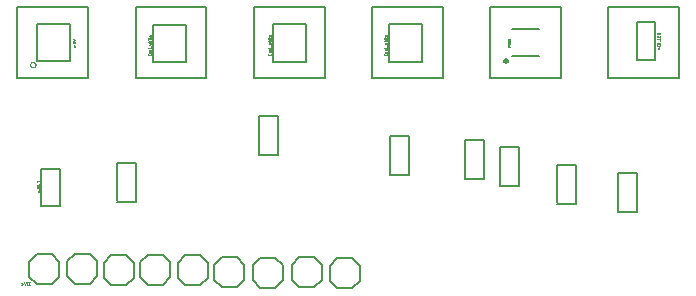
<source format=gbr>
G04 EAGLE Gerber RS-274X export*
G75*
%MOMM*%
%FSLAX34Y34*%
%LPD*%
%INSilkscreen Top*%
%IPPOS*%
%AMOC8*
5,1,8,0,0,1.08239X$1,22.5*%
G01*
%ADD10C,0.152400*%
%ADD11C,0.025400*%
%ADD12C,0.127000*%
%ADD13C,0.050000*%


D10*
X10000Y260000D02*
X70000Y260000D01*
X70000Y200000D01*
X10000Y200000D01*
X10000Y260000D01*
X110000Y260000D02*
X170000Y260000D01*
X170000Y200000D01*
X110000Y200000D01*
X110000Y260000D01*
X210000Y260000D02*
X270000Y260000D01*
X270000Y200000D01*
X210000Y200000D01*
X210000Y260000D01*
X310000Y260000D02*
X370000Y260000D01*
X370000Y200000D01*
X310000Y200000D01*
X310000Y260000D01*
X410000Y260000D02*
X470000Y260000D01*
X470000Y200000D01*
X410000Y200000D01*
X410000Y260000D01*
X510000Y260000D02*
X570000Y260000D01*
X570000Y200000D01*
X510000Y200000D01*
X510000Y260000D01*
D11*
X14651Y26016D02*
X13127Y26651D01*
X13127Y25381D02*
X14651Y26016D01*
X15565Y27413D02*
X16327Y25127D01*
X17089Y27413D01*
X18479Y25127D02*
X18987Y25127D01*
X18479Y25127D02*
X18435Y25129D01*
X18391Y25135D01*
X18348Y25144D01*
X18305Y25158D01*
X18264Y25175D01*
X18225Y25195D01*
X18188Y25219D01*
X18152Y25246D01*
X18120Y25276D01*
X18090Y25308D01*
X18063Y25344D01*
X18039Y25381D01*
X18019Y25420D01*
X18002Y25461D01*
X17988Y25504D01*
X17979Y25547D01*
X17973Y25591D01*
X17971Y25635D01*
X17971Y26905D01*
X17973Y26949D01*
X17979Y26993D01*
X17988Y27036D01*
X18002Y27079D01*
X18019Y27120D01*
X18039Y27159D01*
X18063Y27196D01*
X18090Y27232D01*
X18120Y27264D01*
X18152Y27294D01*
X18188Y27321D01*
X18225Y27345D01*
X18264Y27365D01*
X18305Y27382D01*
X18348Y27396D01*
X18391Y27405D01*
X18435Y27411D01*
X18479Y27413D01*
X18987Y27413D01*
X20384Y25127D02*
X20892Y25127D01*
X20384Y25127D02*
X20340Y25129D01*
X20296Y25135D01*
X20253Y25144D01*
X20210Y25158D01*
X20169Y25175D01*
X20130Y25195D01*
X20093Y25219D01*
X20057Y25246D01*
X20025Y25276D01*
X19995Y25308D01*
X19968Y25344D01*
X19944Y25381D01*
X19924Y25420D01*
X19907Y25461D01*
X19893Y25504D01*
X19884Y25547D01*
X19878Y25591D01*
X19876Y25635D01*
X19876Y26905D01*
X19878Y26949D01*
X19884Y26993D01*
X19893Y27036D01*
X19907Y27079D01*
X19924Y27120D01*
X19944Y27159D01*
X19968Y27196D01*
X19995Y27232D01*
X20025Y27264D01*
X20057Y27294D01*
X20093Y27321D01*
X20130Y27345D01*
X20169Y27365D01*
X20210Y27382D01*
X20253Y27396D01*
X20296Y27405D01*
X20340Y27411D01*
X20384Y27413D01*
X20892Y27413D01*
D10*
X26250Y51200D02*
X38950Y51200D01*
X45300Y44850D01*
X45300Y32150D01*
X38950Y25800D01*
X19900Y32150D02*
X19900Y44850D01*
X26250Y51200D01*
X19900Y32150D02*
X26250Y25800D01*
X38950Y25800D01*
X151850Y50300D02*
X164550Y50300D01*
X170900Y43950D01*
X170900Y31250D01*
X164550Y24900D01*
X145500Y31250D02*
X145500Y43950D01*
X151850Y50300D01*
X145500Y31250D02*
X151850Y24900D01*
X164550Y24900D01*
X133050Y50500D02*
X120350Y50500D01*
X133050Y50500D02*
X139400Y44150D01*
X139400Y31450D01*
X133050Y25100D01*
X114000Y31450D02*
X114000Y44150D01*
X120350Y50500D01*
X114000Y31450D02*
X120350Y25100D01*
X133050Y25100D01*
X102050Y50200D02*
X89350Y50200D01*
X102050Y50200D02*
X108400Y43850D01*
X108400Y31150D01*
X102050Y24800D01*
X83000Y31150D02*
X83000Y43850D01*
X89350Y50200D01*
X83000Y31150D02*
X89350Y24800D01*
X102050Y24800D01*
X71250Y51400D02*
X58550Y51400D01*
X71250Y51400D02*
X77600Y45050D01*
X77600Y32350D01*
X71250Y26000D01*
X52200Y32350D02*
X52200Y45050D01*
X58550Y51400D01*
X52200Y32350D02*
X58550Y26000D01*
X71250Y26000D01*
X280550Y47800D02*
X293250Y47800D01*
X299600Y41450D01*
X299600Y28750D01*
X293250Y22400D01*
X274200Y28750D02*
X274200Y41450D01*
X280550Y47800D01*
X274200Y28750D02*
X280550Y22400D01*
X293250Y22400D01*
X195750Y48600D02*
X183050Y48600D01*
X195750Y48600D02*
X202100Y42250D01*
X202100Y29550D01*
X195750Y23200D01*
X176700Y29550D02*
X176700Y42250D01*
X183050Y48600D01*
X176700Y29550D02*
X183050Y23200D01*
X195750Y23200D01*
X215350Y48000D02*
X228050Y48000D01*
X234400Y41650D01*
X234400Y28950D01*
X228050Y22600D01*
X209000Y28950D02*
X209000Y41650D01*
X215350Y48000D01*
X209000Y28950D02*
X215350Y22600D01*
X228050Y22600D01*
X248750Y48600D02*
X261450Y48600D01*
X267800Y42250D01*
X267800Y29550D01*
X261450Y23200D01*
X242400Y29550D02*
X242400Y42250D01*
X248750Y48600D01*
X242400Y29550D02*
X248750Y23200D01*
X261450Y23200D01*
D12*
X54600Y246300D02*
X26600Y246300D01*
X54600Y246300D02*
X54600Y214300D01*
X26600Y214300D01*
X26600Y246300D01*
D13*
X20717Y211400D02*
X20719Y211495D01*
X20725Y211590D01*
X20735Y211684D01*
X20749Y211778D01*
X20766Y211872D01*
X20788Y211964D01*
X20813Y212056D01*
X20842Y212146D01*
X20875Y212235D01*
X20912Y212323D01*
X20952Y212409D01*
X20996Y212493D01*
X21043Y212576D01*
X21094Y212656D01*
X21147Y212734D01*
X21205Y212810D01*
X21265Y212884D01*
X21328Y212954D01*
X21394Y213023D01*
X21463Y213088D01*
X21535Y213151D01*
X21609Y213210D01*
X21685Y213266D01*
X21764Y213319D01*
X21845Y213369D01*
X21928Y213416D01*
X22013Y213458D01*
X22099Y213498D01*
X22187Y213533D01*
X22276Y213565D01*
X22367Y213594D01*
X22459Y213618D01*
X22552Y213639D01*
X22645Y213655D01*
X22739Y213668D01*
X22834Y213677D01*
X22929Y213682D01*
X23024Y213683D01*
X23119Y213680D01*
X23213Y213673D01*
X23308Y213662D01*
X23402Y213647D01*
X23495Y213629D01*
X23587Y213606D01*
X23678Y213580D01*
X23768Y213550D01*
X23857Y213516D01*
X23944Y213478D01*
X24030Y213437D01*
X24114Y213393D01*
X24196Y213345D01*
X24276Y213293D01*
X24353Y213239D01*
X24429Y213181D01*
X24502Y213120D01*
X24572Y213056D01*
X24639Y212989D01*
X24704Y212919D01*
X24766Y212847D01*
X24824Y212772D01*
X24880Y212695D01*
X24932Y212616D01*
X24981Y212535D01*
X25027Y212451D01*
X25069Y212366D01*
X25107Y212279D01*
X25142Y212191D01*
X25173Y212101D01*
X25200Y212010D01*
X25223Y211918D01*
X25243Y211825D01*
X25259Y211731D01*
X25271Y211637D01*
X25279Y211542D01*
X25283Y211447D01*
X25283Y211353D01*
X25279Y211258D01*
X25271Y211163D01*
X25259Y211069D01*
X25243Y210975D01*
X25223Y210882D01*
X25200Y210790D01*
X25173Y210699D01*
X25142Y210609D01*
X25107Y210521D01*
X25069Y210434D01*
X25027Y210349D01*
X24981Y210265D01*
X24932Y210184D01*
X24880Y210105D01*
X24824Y210028D01*
X24766Y209953D01*
X24704Y209881D01*
X24639Y209811D01*
X24572Y209744D01*
X24502Y209680D01*
X24429Y209619D01*
X24353Y209561D01*
X24276Y209507D01*
X24196Y209455D01*
X24114Y209407D01*
X24030Y209363D01*
X23944Y209322D01*
X23857Y209284D01*
X23768Y209250D01*
X23678Y209220D01*
X23587Y209194D01*
X23495Y209171D01*
X23402Y209153D01*
X23308Y209138D01*
X23213Y209127D01*
X23119Y209120D01*
X23024Y209117D01*
X22929Y209118D01*
X22834Y209123D01*
X22739Y209132D01*
X22645Y209145D01*
X22552Y209161D01*
X22459Y209182D01*
X22367Y209206D01*
X22276Y209235D01*
X22187Y209267D01*
X22099Y209302D01*
X22013Y209342D01*
X21928Y209384D01*
X21845Y209431D01*
X21764Y209481D01*
X21685Y209534D01*
X21609Y209590D01*
X21535Y209649D01*
X21463Y209712D01*
X21394Y209777D01*
X21328Y209846D01*
X21265Y209916D01*
X21205Y209990D01*
X21147Y210066D01*
X21094Y210144D01*
X21043Y210224D01*
X20996Y210307D01*
X20952Y210391D01*
X20912Y210477D01*
X20875Y210565D01*
X20842Y210654D01*
X20813Y210744D01*
X20788Y210836D01*
X20766Y210928D01*
X20749Y211022D01*
X20735Y211116D01*
X20725Y211210D01*
X20719Y211305D01*
X20717Y211400D01*
D11*
X57491Y226871D02*
X58126Y228395D01*
X58761Y226871D01*
X58380Y229513D02*
X56729Y229513D01*
X58380Y229513D02*
X58429Y229515D01*
X58477Y229520D01*
X58525Y229530D01*
X58572Y229543D01*
X58617Y229559D01*
X58662Y229579D01*
X58704Y229602D01*
X58745Y229629D01*
X58784Y229658D01*
X58820Y229690D01*
X58854Y229726D01*
X58885Y229763D01*
X58913Y229803D01*
X58938Y229845D01*
X58959Y229888D01*
X58978Y229933D01*
X58992Y229980D01*
X59003Y230027D01*
X59011Y230075D01*
X59015Y230124D01*
X59015Y230172D01*
X59011Y230221D01*
X59003Y230269D01*
X58992Y230316D01*
X58978Y230363D01*
X58959Y230408D01*
X58938Y230451D01*
X58913Y230493D01*
X58885Y230533D01*
X58854Y230570D01*
X58820Y230606D01*
X58784Y230638D01*
X58745Y230667D01*
X58704Y230694D01*
X58662Y230717D01*
X58617Y230737D01*
X58572Y230753D01*
X58525Y230766D01*
X58477Y230776D01*
X58429Y230781D01*
X58380Y230783D01*
X56729Y230783D01*
X56729Y231748D02*
X59015Y232510D01*
X56729Y233272D01*
D12*
X30300Y123600D02*
X30300Y91700D01*
X30300Y123600D02*
X46300Y123600D01*
X46300Y91700D01*
X30300Y91700D01*
D11*
X27249Y104027D02*
X27884Y105551D01*
X28519Y104027D01*
X28138Y106592D02*
X28089Y106594D01*
X28041Y106599D01*
X27993Y106609D01*
X27946Y106622D01*
X27901Y106638D01*
X27856Y106658D01*
X27814Y106681D01*
X27773Y106708D01*
X27734Y106737D01*
X27698Y106769D01*
X27664Y106805D01*
X27633Y106842D01*
X27605Y106882D01*
X27580Y106924D01*
X27559Y106967D01*
X27540Y107012D01*
X27526Y107059D01*
X27515Y107106D01*
X27507Y107154D01*
X27503Y107203D01*
X27503Y107251D01*
X27507Y107300D01*
X27515Y107348D01*
X27526Y107395D01*
X27540Y107442D01*
X27559Y107487D01*
X27580Y107530D01*
X27605Y107572D01*
X27633Y107612D01*
X27664Y107649D01*
X27698Y107685D01*
X27734Y107717D01*
X27773Y107746D01*
X27814Y107773D01*
X27856Y107796D01*
X27901Y107816D01*
X27946Y107832D01*
X27993Y107845D01*
X28041Y107855D01*
X28089Y107860D01*
X28138Y107862D01*
X28187Y107860D01*
X28235Y107855D01*
X28283Y107845D01*
X28330Y107832D01*
X28375Y107816D01*
X28420Y107796D01*
X28462Y107773D01*
X28503Y107746D01*
X28542Y107717D01*
X28578Y107685D01*
X28612Y107649D01*
X28643Y107612D01*
X28671Y107572D01*
X28696Y107530D01*
X28717Y107487D01*
X28736Y107442D01*
X28750Y107395D01*
X28761Y107348D01*
X28769Y107300D01*
X28773Y107251D01*
X28773Y107203D01*
X28769Y107154D01*
X28761Y107106D01*
X28750Y107059D01*
X28736Y107012D01*
X28717Y106967D01*
X28696Y106924D01*
X28671Y106882D01*
X28643Y106842D01*
X28612Y106805D01*
X28578Y106769D01*
X28542Y106737D01*
X28503Y106708D01*
X28462Y106681D01*
X28420Y106658D01*
X28375Y106638D01*
X28330Y106622D01*
X28283Y106609D01*
X28235Y106599D01*
X28187Y106594D01*
X28138Y106592D01*
X26995Y106719D02*
X26951Y106721D01*
X26907Y106727D01*
X26864Y106736D01*
X26821Y106750D01*
X26780Y106767D01*
X26741Y106787D01*
X26704Y106811D01*
X26668Y106838D01*
X26636Y106868D01*
X26606Y106900D01*
X26579Y106936D01*
X26555Y106973D01*
X26535Y107012D01*
X26518Y107053D01*
X26504Y107096D01*
X26495Y107139D01*
X26489Y107183D01*
X26487Y107227D01*
X26489Y107271D01*
X26495Y107315D01*
X26504Y107358D01*
X26518Y107401D01*
X26535Y107442D01*
X26555Y107481D01*
X26579Y107518D01*
X26606Y107554D01*
X26636Y107586D01*
X26668Y107616D01*
X26704Y107643D01*
X26741Y107667D01*
X26780Y107687D01*
X26821Y107704D01*
X26864Y107718D01*
X26907Y107727D01*
X26951Y107733D01*
X26995Y107735D01*
X27039Y107733D01*
X27083Y107727D01*
X27126Y107718D01*
X27169Y107704D01*
X27210Y107687D01*
X27249Y107667D01*
X27286Y107643D01*
X27322Y107616D01*
X27354Y107586D01*
X27384Y107554D01*
X27411Y107518D01*
X27435Y107481D01*
X27455Y107442D01*
X27472Y107401D01*
X27486Y107358D01*
X27495Y107315D01*
X27501Y107271D01*
X27503Y107227D01*
X27501Y107183D01*
X27495Y107139D01*
X27486Y107096D01*
X27472Y107053D01*
X27455Y107012D01*
X27435Y106973D01*
X27411Y106936D01*
X27384Y106900D01*
X27354Y106868D01*
X27322Y106838D01*
X27286Y106811D01*
X27249Y106787D01*
X27210Y106767D01*
X27169Y106750D01*
X27126Y106736D01*
X27083Y106727D01*
X27039Y106721D01*
X26995Y106719D01*
X28138Y108878D02*
X28089Y108880D01*
X28041Y108885D01*
X27993Y108895D01*
X27946Y108908D01*
X27901Y108924D01*
X27856Y108944D01*
X27814Y108967D01*
X27773Y108994D01*
X27734Y109023D01*
X27698Y109055D01*
X27664Y109091D01*
X27633Y109128D01*
X27605Y109168D01*
X27580Y109210D01*
X27559Y109253D01*
X27540Y109298D01*
X27526Y109345D01*
X27515Y109392D01*
X27507Y109440D01*
X27503Y109489D01*
X27503Y109537D01*
X27507Y109586D01*
X27515Y109634D01*
X27526Y109681D01*
X27540Y109728D01*
X27559Y109773D01*
X27580Y109816D01*
X27605Y109858D01*
X27633Y109898D01*
X27664Y109935D01*
X27698Y109971D01*
X27734Y110003D01*
X27773Y110032D01*
X27814Y110059D01*
X27856Y110082D01*
X27901Y110102D01*
X27946Y110118D01*
X27993Y110131D01*
X28041Y110141D01*
X28089Y110146D01*
X28138Y110148D01*
X28187Y110146D01*
X28235Y110141D01*
X28283Y110131D01*
X28330Y110118D01*
X28375Y110102D01*
X28420Y110082D01*
X28462Y110059D01*
X28503Y110032D01*
X28542Y110003D01*
X28578Y109971D01*
X28612Y109935D01*
X28643Y109898D01*
X28671Y109858D01*
X28696Y109816D01*
X28717Y109773D01*
X28736Y109728D01*
X28750Y109681D01*
X28761Y109634D01*
X28769Y109586D01*
X28773Y109537D01*
X28773Y109489D01*
X28769Y109440D01*
X28761Y109392D01*
X28750Y109345D01*
X28736Y109298D01*
X28717Y109253D01*
X28696Y109210D01*
X28671Y109168D01*
X28643Y109128D01*
X28612Y109091D01*
X28578Y109055D01*
X28542Y109023D01*
X28503Y108994D01*
X28462Y108967D01*
X28420Y108944D01*
X28375Y108924D01*
X28330Y108908D01*
X28283Y108895D01*
X28235Y108885D01*
X28187Y108880D01*
X28138Y108878D01*
X26995Y109005D02*
X26951Y109007D01*
X26907Y109013D01*
X26864Y109022D01*
X26821Y109036D01*
X26780Y109053D01*
X26741Y109073D01*
X26704Y109097D01*
X26668Y109124D01*
X26636Y109154D01*
X26606Y109186D01*
X26579Y109222D01*
X26555Y109259D01*
X26535Y109298D01*
X26518Y109339D01*
X26504Y109382D01*
X26495Y109425D01*
X26489Y109469D01*
X26487Y109513D01*
X26489Y109557D01*
X26495Y109601D01*
X26504Y109644D01*
X26518Y109687D01*
X26535Y109728D01*
X26555Y109767D01*
X26579Y109804D01*
X26606Y109840D01*
X26636Y109872D01*
X26668Y109902D01*
X26704Y109929D01*
X26741Y109953D01*
X26780Y109973D01*
X26821Y109990D01*
X26864Y110004D01*
X26907Y110013D01*
X26951Y110019D01*
X26995Y110021D01*
X27039Y110019D01*
X27083Y110013D01*
X27126Y110004D01*
X27169Y109990D01*
X27210Y109973D01*
X27249Y109953D01*
X27286Y109929D01*
X27322Y109902D01*
X27354Y109872D01*
X27384Y109840D01*
X27411Y109804D01*
X27435Y109767D01*
X27455Y109728D01*
X27472Y109687D01*
X27486Y109644D01*
X27495Y109601D01*
X27501Y109557D01*
X27503Y109513D01*
X27501Y109469D01*
X27495Y109425D01*
X27486Y109382D01*
X27472Y109339D01*
X27455Y109298D01*
X27435Y109259D01*
X27411Y109222D01*
X27384Y109186D01*
X27354Y109154D01*
X27322Y109124D01*
X27286Y109097D01*
X27249Y109073D01*
X27210Y109053D01*
X27169Y109036D01*
X27126Y109022D01*
X27083Y109013D01*
X27039Y109007D01*
X26995Y109005D01*
X28646Y111050D02*
X28773Y111050D01*
X28646Y111050D02*
X28646Y111177D01*
X28773Y111177D01*
X28773Y111050D01*
X26741Y112079D02*
X26487Y112079D01*
X26487Y113349D01*
X28773Y112714D01*
D12*
X518500Y120000D02*
X518500Y88000D01*
X518500Y120000D02*
X534500Y120000D01*
X534500Y87000D01*
X518500Y87000D01*
X388800Y115700D02*
X388800Y147700D01*
X404800Y147700D01*
X404800Y114700D01*
X388800Y114700D01*
X418900Y109400D02*
X418900Y141400D01*
X434900Y141400D01*
X434900Y108400D01*
X418900Y108400D01*
X467200Y94900D02*
X467200Y126900D01*
X483200Y126900D01*
X483200Y93900D01*
X467200Y93900D01*
X534100Y247700D02*
X550100Y247700D01*
X550100Y215700D01*
X534100Y215700D01*
X534100Y247700D01*
D11*
X552768Y226493D02*
X552133Y224969D01*
X553403Y224969D02*
X552768Y226493D01*
X553657Y227712D02*
X551371Y227712D01*
X553657Y227458D02*
X553657Y227966D01*
X551371Y227966D02*
X551371Y227458D01*
X551371Y228999D02*
X553657Y228999D01*
X551371Y228999D02*
X551371Y229634D01*
X551373Y229683D01*
X551378Y229731D01*
X551388Y229779D01*
X551401Y229826D01*
X551417Y229871D01*
X551437Y229916D01*
X551460Y229958D01*
X551487Y229999D01*
X551516Y230038D01*
X551548Y230074D01*
X551584Y230108D01*
X551621Y230139D01*
X551661Y230167D01*
X551703Y230192D01*
X551746Y230213D01*
X551791Y230232D01*
X551838Y230246D01*
X551885Y230257D01*
X551933Y230265D01*
X551982Y230269D01*
X552030Y230269D01*
X552079Y230265D01*
X552127Y230257D01*
X552174Y230246D01*
X552221Y230232D01*
X552266Y230213D01*
X552309Y230192D01*
X552351Y230167D01*
X552391Y230139D01*
X552428Y230108D01*
X552464Y230074D01*
X552496Y230038D01*
X552525Y229999D01*
X552552Y229958D01*
X552575Y229916D01*
X552595Y229871D01*
X552611Y229826D01*
X552624Y229779D01*
X552634Y229731D01*
X552639Y229683D01*
X552641Y229634D01*
X552641Y228999D01*
X552641Y229761D02*
X553657Y230269D01*
X553911Y231166D02*
X553911Y232182D01*
X553657Y233178D02*
X551371Y233178D01*
X553657Y233178D02*
X553657Y234194D01*
X553657Y235159D02*
X553657Y236175D01*
X553657Y235159D02*
X551371Y235159D01*
X551371Y236175D01*
X552387Y235921D02*
X552387Y235159D01*
X551371Y237135D02*
X553657Y237135D01*
X551371Y237135D02*
X551371Y237770D01*
X551373Y237817D01*
X551378Y237865D01*
X551387Y237911D01*
X551399Y237957D01*
X551415Y238002D01*
X551434Y238046D01*
X551456Y238088D01*
X551481Y238128D01*
X551510Y238166D01*
X551541Y238202D01*
X551574Y238235D01*
X551610Y238266D01*
X551648Y238295D01*
X551689Y238320D01*
X551730Y238342D01*
X551774Y238361D01*
X551819Y238377D01*
X551865Y238389D01*
X551911Y238398D01*
X551959Y238403D01*
X552006Y238405D01*
X553022Y238405D01*
X553069Y238403D01*
X553117Y238398D01*
X553163Y238389D01*
X553209Y238377D01*
X553254Y238361D01*
X553298Y238342D01*
X553340Y238320D01*
X553380Y238295D01*
X553418Y238266D01*
X553454Y238235D01*
X553487Y238202D01*
X553518Y238166D01*
X553547Y238128D01*
X553572Y238088D01*
X553594Y238046D01*
X553613Y238002D01*
X553629Y237957D01*
X553641Y237911D01*
X553650Y237865D01*
X553655Y237817D01*
X553657Y237770D01*
X553657Y237135D01*
D12*
X451650Y219050D02*
X428650Y219050D01*
X428650Y242050D02*
X451650Y242050D01*
X422035Y214900D02*
X422037Y214979D01*
X422043Y215057D01*
X422053Y215135D01*
X422067Y215213D01*
X422084Y215289D01*
X422106Y215365D01*
X422131Y215439D01*
X422160Y215512D01*
X422192Y215584D01*
X422229Y215654D01*
X422268Y215722D01*
X422311Y215788D01*
X422357Y215851D01*
X422407Y215913D01*
X422459Y215971D01*
X422514Y216027D01*
X422572Y216080D01*
X422633Y216131D01*
X422696Y216178D01*
X422761Y216221D01*
X422829Y216262D01*
X422898Y216299D01*
X422969Y216332D01*
X423042Y216362D01*
X423116Y216388D01*
X423192Y216411D01*
X423268Y216429D01*
X423345Y216444D01*
X423423Y216455D01*
X423502Y216462D01*
X423580Y216465D01*
X423659Y216464D01*
X423737Y216459D01*
X423816Y216450D01*
X423893Y216437D01*
X423970Y216421D01*
X424046Y216400D01*
X424121Y216376D01*
X424194Y216348D01*
X424266Y216316D01*
X424337Y216281D01*
X424405Y216242D01*
X424472Y216200D01*
X424536Y216154D01*
X424598Y216106D01*
X424657Y216054D01*
X424714Y216000D01*
X424767Y215942D01*
X424818Y215882D01*
X424866Y215820D01*
X424911Y215755D01*
X424952Y215688D01*
X424990Y215619D01*
X425024Y215548D01*
X425055Y215476D01*
X425082Y215402D01*
X425106Y215327D01*
X425125Y215251D01*
X425141Y215174D01*
X425153Y215096D01*
X425161Y215018D01*
X425165Y214939D01*
X425165Y214861D01*
X425161Y214782D01*
X425153Y214704D01*
X425141Y214626D01*
X425125Y214549D01*
X425106Y214473D01*
X425082Y214398D01*
X425055Y214324D01*
X425024Y214252D01*
X424990Y214181D01*
X424952Y214112D01*
X424911Y214045D01*
X424866Y213980D01*
X424818Y213918D01*
X424767Y213858D01*
X424714Y213800D01*
X424657Y213746D01*
X424598Y213694D01*
X424536Y213646D01*
X424472Y213600D01*
X424405Y213558D01*
X424337Y213519D01*
X424266Y213484D01*
X424194Y213452D01*
X424121Y213424D01*
X424046Y213400D01*
X423970Y213379D01*
X423893Y213363D01*
X423816Y213350D01*
X423737Y213341D01*
X423659Y213336D01*
X423580Y213335D01*
X423502Y213338D01*
X423423Y213345D01*
X423345Y213356D01*
X423268Y213371D01*
X423192Y213389D01*
X423116Y213412D01*
X423042Y213438D01*
X422969Y213468D01*
X422898Y213501D01*
X422829Y213538D01*
X422761Y213579D01*
X422696Y213622D01*
X422633Y213669D01*
X422572Y213720D01*
X422514Y213773D01*
X422459Y213829D01*
X422407Y213887D01*
X422357Y213949D01*
X422311Y214012D01*
X422268Y214078D01*
X422229Y214146D01*
X422192Y214216D01*
X422160Y214288D01*
X422131Y214361D01*
X422106Y214435D01*
X422084Y214511D01*
X422067Y214587D01*
X422053Y214665D01*
X422043Y214743D01*
X422037Y214821D01*
X422035Y214900D01*
D11*
X425041Y226867D02*
X427327Y226867D01*
X425041Y226867D02*
X425041Y227502D01*
X425043Y227551D01*
X425048Y227599D01*
X425058Y227647D01*
X425071Y227694D01*
X425087Y227739D01*
X425107Y227784D01*
X425130Y227826D01*
X425157Y227867D01*
X425186Y227906D01*
X425218Y227942D01*
X425254Y227976D01*
X425291Y228007D01*
X425331Y228035D01*
X425373Y228060D01*
X425416Y228081D01*
X425461Y228100D01*
X425508Y228114D01*
X425555Y228125D01*
X425603Y228133D01*
X425652Y228137D01*
X425700Y228137D01*
X425749Y228133D01*
X425797Y228125D01*
X425844Y228114D01*
X425891Y228100D01*
X425936Y228081D01*
X425979Y228060D01*
X426021Y228035D01*
X426061Y228007D01*
X426098Y227976D01*
X426134Y227942D01*
X426166Y227906D01*
X426195Y227867D01*
X426222Y227826D01*
X426245Y227784D01*
X426265Y227739D01*
X426281Y227694D01*
X426294Y227647D01*
X426304Y227599D01*
X426309Y227551D01*
X426311Y227502D01*
X426311Y226867D01*
X426311Y227629D02*
X427327Y228137D01*
X426057Y230102D02*
X426057Y230483D01*
X427327Y230483D01*
X427327Y229721D01*
X427325Y229677D01*
X427319Y229633D01*
X427310Y229590D01*
X427296Y229547D01*
X427279Y229506D01*
X427259Y229467D01*
X427235Y229430D01*
X427208Y229394D01*
X427178Y229362D01*
X427146Y229332D01*
X427110Y229305D01*
X427073Y229281D01*
X427034Y229261D01*
X426993Y229244D01*
X426950Y229230D01*
X426907Y229221D01*
X426863Y229215D01*
X426819Y229213D01*
X425549Y229213D01*
X425505Y229215D01*
X425461Y229221D01*
X425418Y229230D01*
X425375Y229244D01*
X425334Y229261D01*
X425295Y229281D01*
X425258Y229305D01*
X425222Y229332D01*
X425190Y229362D01*
X425160Y229394D01*
X425133Y229430D01*
X425109Y229467D01*
X425089Y229506D01*
X425072Y229547D01*
X425058Y229590D01*
X425049Y229633D01*
X425043Y229677D01*
X425041Y229721D01*
X425041Y230483D01*
X426057Y231689D02*
X426057Y232324D01*
X426059Y232373D01*
X426064Y232421D01*
X426074Y232469D01*
X426087Y232516D01*
X426103Y232561D01*
X426123Y232606D01*
X426146Y232648D01*
X426173Y232689D01*
X426202Y232728D01*
X426234Y232764D01*
X426270Y232798D01*
X426307Y232829D01*
X426347Y232857D01*
X426389Y232882D01*
X426432Y232903D01*
X426477Y232922D01*
X426524Y232936D01*
X426571Y232947D01*
X426619Y232955D01*
X426668Y232959D01*
X426716Y232959D01*
X426765Y232955D01*
X426813Y232947D01*
X426860Y232936D01*
X426907Y232922D01*
X426952Y232903D01*
X426995Y232882D01*
X427037Y232857D01*
X427077Y232829D01*
X427114Y232798D01*
X427150Y232764D01*
X427182Y232728D01*
X427211Y232689D01*
X427238Y232648D01*
X427261Y232606D01*
X427281Y232561D01*
X427297Y232516D01*
X427310Y232469D01*
X427320Y232421D01*
X427325Y232373D01*
X427327Y232324D01*
X427327Y231689D01*
X425041Y231689D01*
X425041Y232324D01*
X425043Y232368D01*
X425049Y232412D01*
X425058Y232455D01*
X425072Y232498D01*
X425089Y232539D01*
X425109Y232578D01*
X425133Y232615D01*
X425160Y232651D01*
X425190Y232683D01*
X425222Y232713D01*
X425258Y232740D01*
X425295Y232764D01*
X425334Y232784D01*
X425375Y232801D01*
X425418Y232815D01*
X425461Y232824D01*
X425505Y232830D01*
X425549Y232832D01*
X425593Y232830D01*
X425637Y232824D01*
X425680Y232815D01*
X425723Y232801D01*
X425764Y232784D01*
X425803Y232764D01*
X425840Y232740D01*
X425876Y232713D01*
X425908Y232683D01*
X425938Y232651D01*
X425965Y232615D01*
X425989Y232578D01*
X426009Y232539D01*
X426026Y232498D01*
X426040Y232455D01*
X426049Y232412D01*
X426055Y232368D01*
X426057Y232324D01*
D12*
X152800Y213400D02*
X124800Y213400D01*
X124800Y245400D01*
X152700Y245400D01*
X152700Y214000D01*
D11*
X123079Y219946D02*
X123079Y220454D01*
X123079Y219946D02*
X123077Y219902D01*
X123071Y219858D01*
X123062Y219815D01*
X123048Y219772D01*
X123031Y219731D01*
X123011Y219692D01*
X122987Y219655D01*
X122960Y219619D01*
X122930Y219587D01*
X122898Y219557D01*
X122862Y219530D01*
X122825Y219506D01*
X122786Y219486D01*
X122745Y219469D01*
X122702Y219455D01*
X122659Y219446D01*
X122615Y219440D01*
X122571Y219438D01*
X121301Y219438D01*
X121257Y219440D01*
X121213Y219446D01*
X121170Y219455D01*
X121127Y219469D01*
X121086Y219486D01*
X121047Y219506D01*
X121010Y219530D01*
X120974Y219557D01*
X120942Y219587D01*
X120912Y219619D01*
X120885Y219655D01*
X120861Y219692D01*
X120841Y219731D01*
X120824Y219772D01*
X120810Y219815D01*
X120801Y219858D01*
X120795Y219902D01*
X120793Y219946D01*
X120793Y220454D01*
X122063Y221325D02*
X122571Y221325D01*
X122063Y221325D02*
X122019Y221327D01*
X121975Y221333D01*
X121932Y221342D01*
X121889Y221356D01*
X121848Y221373D01*
X121809Y221393D01*
X121772Y221417D01*
X121736Y221444D01*
X121704Y221474D01*
X121674Y221506D01*
X121647Y221542D01*
X121623Y221579D01*
X121603Y221618D01*
X121586Y221659D01*
X121572Y221702D01*
X121563Y221745D01*
X121557Y221789D01*
X121555Y221833D01*
X121557Y221877D01*
X121563Y221921D01*
X121572Y221964D01*
X121586Y222007D01*
X121603Y222048D01*
X121623Y222087D01*
X121647Y222124D01*
X121674Y222160D01*
X121704Y222192D01*
X121736Y222222D01*
X121772Y222249D01*
X121809Y222273D01*
X121848Y222293D01*
X121889Y222310D01*
X121932Y222324D01*
X121975Y222333D01*
X122019Y222339D01*
X122063Y222341D01*
X122571Y222341D01*
X122615Y222339D01*
X122659Y222333D01*
X122702Y222324D01*
X122745Y222310D01*
X122786Y222293D01*
X122825Y222273D01*
X122862Y222249D01*
X122898Y222222D01*
X122930Y222192D01*
X122960Y222160D01*
X122987Y222124D01*
X123011Y222087D01*
X123031Y222048D01*
X123048Y222007D01*
X123062Y221964D01*
X123071Y221921D01*
X123077Y221877D01*
X123079Y221833D01*
X123077Y221789D01*
X123071Y221745D01*
X123062Y221702D01*
X123048Y221659D01*
X123031Y221618D01*
X123011Y221579D01*
X122987Y221542D01*
X122960Y221506D01*
X122930Y221474D01*
X122898Y221444D01*
X122862Y221417D01*
X122825Y221393D01*
X122786Y221373D01*
X122745Y221356D01*
X122702Y221342D01*
X122659Y221333D01*
X122615Y221327D01*
X122571Y221325D01*
X122571Y223306D02*
X122063Y223306D01*
X122019Y223308D01*
X121975Y223314D01*
X121932Y223323D01*
X121889Y223337D01*
X121848Y223354D01*
X121809Y223374D01*
X121772Y223398D01*
X121736Y223425D01*
X121704Y223455D01*
X121674Y223487D01*
X121647Y223523D01*
X121623Y223560D01*
X121603Y223599D01*
X121586Y223640D01*
X121572Y223683D01*
X121563Y223726D01*
X121557Y223770D01*
X121555Y223814D01*
X121557Y223858D01*
X121563Y223902D01*
X121572Y223945D01*
X121586Y223988D01*
X121603Y224029D01*
X121623Y224068D01*
X121647Y224105D01*
X121674Y224141D01*
X121704Y224173D01*
X121736Y224203D01*
X121772Y224230D01*
X121809Y224254D01*
X121848Y224274D01*
X121889Y224291D01*
X121932Y224305D01*
X121975Y224314D01*
X122019Y224320D01*
X122063Y224322D01*
X122571Y224322D01*
X122615Y224320D01*
X122659Y224314D01*
X122702Y224305D01*
X122745Y224291D01*
X122786Y224274D01*
X122825Y224254D01*
X122862Y224230D01*
X122898Y224203D01*
X122930Y224173D01*
X122960Y224141D01*
X122987Y224105D01*
X123011Y224068D01*
X123031Y224029D01*
X123048Y223988D01*
X123062Y223945D01*
X123071Y223902D01*
X123077Y223858D01*
X123079Y223814D01*
X123077Y223770D01*
X123071Y223726D01*
X123062Y223683D01*
X123048Y223640D01*
X123031Y223599D01*
X123011Y223560D01*
X122987Y223523D01*
X122960Y223487D01*
X122930Y223455D01*
X122898Y223425D01*
X122862Y223398D01*
X122825Y223374D01*
X122786Y223354D01*
X122745Y223337D01*
X122702Y223323D01*
X122659Y223314D01*
X122615Y223308D01*
X122571Y223306D01*
X122698Y225311D02*
X120793Y225311D01*
X122698Y225311D02*
X122735Y225313D01*
X122772Y225318D01*
X122809Y225327D01*
X122844Y225340D01*
X122878Y225356D01*
X122910Y225375D01*
X122940Y225397D01*
X122967Y225423D01*
X122993Y225450D01*
X123015Y225480D01*
X123034Y225512D01*
X123050Y225546D01*
X123063Y225581D01*
X123072Y225618D01*
X123077Y225655D01*
X123079Y225692D01*
X123333Y226430D02*
X123333Y227446D01*
X123079Y228691D02*
X121555Y228310D01*
X122063Y229072D02*
X123079Y228691D01*
X123079Y229453D02*
X122063Y229072D01*
X121555Y229834D02*
X123079Y229453D01*
X123079Y230850D02*
X120793Y230850D01*
X121555Y230850D02*
X121555Y231485D01*
X121557Y231522D01*
X121562Y231559D01*
X121571Y231596D01*
X121584Y231631D01*
X121600Y231665D01*
X121619Y231697D01*
X121641Y231727D01*
X121667Y231754D01*
X121694Y231780D01*
X121724Y231802D01*
X121756Y231821D01*
X121790Y231837D01*
X121825Y231850D01*
X121862Y231859D01*
X121899Y231864D01*
X121936Y231866D01*
X123079Y231866D01*
X123079Y232881D02*
X121555Y232881D01*
X120920Y232818D02*
X120793Y232818D01*
X120793Y232945D01*
X120920Y232945D01*
X120920Y232818D01*
X121555Y233623D02*
X121555Y234385D01*
X120793Y233877D02*
X122698Y233877D01*
X122735Y233879D01*
X122772Y233884D01*
X122809Y233893D01*
X122844Y233906D01*
X122878Y233922D01*
X122910Y233941D01*
X122940Y233963D01*
X122967Y233989D01*
X122993Y234016D01*
X123015Y234046D01*
X123034Y234078D01*
X123050Y234112D01*
X123063Y234147D01*
X123072Y234184D01*
X123077Y234221D01*
X123079Y234258D01*
X123079Y234385D01*
X123079Y235650D02*
X123079Y236285D01*
X123079Y235650D02*
X123077Y235613D01*
X123072Y235576D01*
X123063Y235539D01*
X123050Y235504D01*
X123034Y235470D01*
X123015Y235438D01*
X122993Y235408D01*
X122967Y235381D01*
X122940Y235355D01*
X122910Y235333D01*
X122878Y235314D01*
X122844Y235298D01*
X122809Y235285D01*
X122772Y235276D01*
X122735Y235271D01*
X122698Y235269D01*
X122063Y235269D01*
X122019Y235271D01*
X121975Y235277D01*
X121932Y235286D01*
X121889Y235300D01*
X121848Y235317D01*
X121809Y235337D01*
X121772Y235361D01*
X121736Y235388D01*
X121704Y235418D01*
X121674Y235450D01*
X121647Y235486D01*
X121623Y235523D01*
X121603Y235562D01*
X121586Y235603D01*
X121572Y235646D01*
X121563Y235689D01*
X121557Y235733D01*
X121555Y235777D01*
X121557Y235821D01*
X121563Y235865D01*
X121572Y235908D01*
X121586Y235951D01*
X121603Y235992D01*
X121623Y236031D01*
X121647Y236068D01*
X121674Y236104D01*
X121704Y236136D01*
X121736Y236166D01*
X121772Y236193D01*
X121809Y236217D01*
X121848Y236237D01*
X121889Y236254D01*
X121932Y236268D01*
X121975Y236277D01*
X122019Y236283D01*
X122063Y236285D01*
X122317Y236285D01*
X122317Y235269D01*
D12*
X226100Y213900D02*
X254100Y213900D01*
X226100Y213900D02*
X226100Y245900D01*
X254000Y245900D01*
X254000Y214500D01*
D11*
X224379Y220446D02*
X224379Y220954D01*
X224379Y220446D02*
X224377Y220402D01*
X224371Y220358D01*
X224362Y220315D01*
X224348Y220272D01*
X224331Y220231D01*
X224311Y220192D01*
X224287Y220155D01*
X224260Y220119D01*
X224230Y220087D01*
X224198Y220057D01*
X224162Y220030D01*
X224125Y220006D01*
X224086Y219986D01*
X224045Y219969D01*
X224002Y219955D01*
X223959Y219946D01*
X223915Y219940D01*
X223871Y219938D01*
X222601Y219938D01*
X222557Y219940D01*
X222513Y219946D01*
X222470Y219955D01*
X222427Y219969D01*
X222386Y219986D01*
X222347Y220006D01*
X222310Y220030D01*
X222274Y220057D01*
X222242Y220087D01*
X222212Y220119D01*
X222185Y220155D01*
X222161Y220192D01*
X222141Y220231D01*
X222124Y220272D01*
X222110Y220315D01*
X222101Y220358D01*
X222095Y220402D01*
X222093Y220446D01*
X222093Y220954D01*
X223363Y221825D02*
X223871Y221825D01*
X223363Y221825D02*
X223319Y221827D01*
X223275Y221833D01*
X223232Y221842D01*
X223189Y221856D01*
X223148Y221873D01*
X223109Y221893D01*
X223072Y221917D01*
X223036Y221944D01*
X223004Y221974D01*
X222974Y222006D01*
X222947Y222042D01*
X222923Y222079D01*
X222903Y222118D01*
X222886Y222159D01*
X222872Y222202D01*
X222863Y222245D01*
X222857Y222289D01*
X222855Y222333D01*
X222857Y222377D01*
X222863Y222421D01*
X222872Y222464D01*
X222886Y222507D01*
X222903Y222548D01*
X222923Y222587D01*
X222947Y222624D01*
X222974Y222660D01*
X223004Y222692D01*
X223036Y222722D01*
X223072Y222749D01*
X223109Y222773D01*
X223148Y222793D01*
X223189Y222810D01*
X223232Y222824D01*
X223275Y222833D01*
X223319Y222839D01*
X223363Y222841D01*
X223871Y222841D01*
X223915Y222839D01*
X223959Y222833D01*
X224002Y222824D01*
X224045Y222810D01*
X224086Y222793D01*
X224125Y222773D01*
X224162Y222749D01*
X224198Y222722D01*
X224230Y222692D01*
X224260Y222660D01*
X224287Y222624D01*
X224311Y222587D01*
X224331Y222548D01*
X224348Y222507D01*
X224362Y222464D01*
X224371Y222421D01*
X224377Y222377D01*
X224379Y222333D01*
X224377Y222289D01*
X224371Y222245D01*
X224362Y222202D01*
X224348Y222159D01*
X224331Y222118D01*
X224311Y222079D01*
X224287Y222042D01*
X224260Y222006D01*
X224230Y221974D01*
X224198Y221944D01*
X224162Y221917D01*
X224125Y221893D01*
X224086Y221873D01*
X224045Y221856D01*
X224002Y221842D01*
X223959Y221833D01*
X223915Y221827D01*
X223871Y221825D01*
X223871Y223806D02*
X223363Y223806D01*
X223319Y223808D01*
X223275Y223814D01*
X223232Y223823D01*
X223189Y223837D01*
X223148Y223854D01*
X223109Y223874D01*
X223072Y223898D01*
X223036Y223925D01*
X223004Y223955D01*
X222974Y223987D01*
X222947Y224023D01*
X222923Y224060D01*
X222903Y224099D01*
X222886Y224140D01*
X222872Y224183D01*
X222863Y224226D01*
X222857Y224270D01*
X222855Y224314D01*
X222857Y224358D01*
X222863Y224402D01*
X222872Y224445D01*
X222886Y224488D01*
X222903Y224529D01*
X222923Y224568D01*
X222947Y224605D01*
X222974Y224641D01*
X223004Y224673D01*
X223036Y224703D01*
X223072Y224730D01*
X223109Y224754D01*
X223148Y224774D01*
X223189Y224791D01*
X223232Y224805D01*
X223275Y224814D01*
X223319Y224820D01*
X223363Y224822D01*
X223871Y224822D01*
X223915Y224820D01*
X223959Y224814D01*
X224002Y224805D01*
X224045Y224791D01*
X224086Y224774D01*
X224125Y224754D01*
X224162Y224730D01*
X224198Y224703D01*
X224230Y224673D01*
X224260Y224641D01*
X224287Y224605D01*
X224311Y224568D01*
X224331Y224529D01*
X224348Y224488D01*
X224362Y224445D01*
X224371Y224402D01*
X224377Y224358D01*
X224379Y224314D01*
X224377Y224270D01*
X224371Y224226D01*
X224362Y224183D01*
X224348Y224140D01*
X224331Y224099D01*
X224311Y224060D01*
X224287Y224023D01*
X224260Y223987D01*
X224230Y223955D01*
X224198Y223925D01*
X224162Y223898D01*
X224125Y223874D01*
X224086Y223854D01*
X224045Y223837D01*
X224002Y223823D01*
X223959Y223814D01*
X223915Y223808D01*
X223871Y223806D01*
X223998Y225811D02*
X222093Y225811D01*
X223998Y225811D02*
X224035Y225813D01*
X224072Y225818D01*
X224109Y225827D01*
X224144Y225840D01*
X224178Y225856D01*
X224210Y225875D01*
X224240Y225897D01*
X224267Y225923D01*
X224293Y225950D01*
X224315Y225980D01*
X224334Y226012D01*
X224350Y226046D01*
X224363Y226081D01*
X224372Y226118D01*
X224377Y226155D01*
X224379Y226192D01*
X224633Y226930D02*
X224633Y227946D01*
X224379Y229191D02*
X222855Y228810D01*
X223363Y229572D02*
X224379Y229191D01*
X224379Y229953D02*
X223363Y229572D01*
X222855Y230334D02*
X224379Y229953D01*
X224379Y231350D02*
X222093Y231350D01*
X222855Y231350D02*
X222855Y231985D01*
X222857Y232022D01*
X222862Y232059D01*
X222871Y232096D01*
X222884Y232131D01*
X222900Y232165D01*
X222919Y232197D01*
X222941Y232227D01*
X222967Y232254D01*
X222994Y232280D01*
X223024Y232302D01*
X223056Y232321D01*
X223090Y232337D01*
X223125Y232350D01*
X223162Y232359D01*
X223199Y232364D01*
X223236Y232366D01*
X224379Y232366D01*
X224379Y233381D02*
X222855Y233381D01*
X222220Y233318D02*
X222093Y233318D01*
X222093Y233445D01*
X222220Y233445D01*
X222220Y233318D01*
X222855Y234123D02*
X222855Y234885D01*
X222093Y234377D02*
X223998Y234377D01*
X224035Y234379D01*
X224072Y234384D01*
X224109Y234393D01*
X224144Y234406D01*
X224178Y234422D01*
X224210Y234441D01*
X224240Y234463D01*
X224267Y234489D01*
X224293Y234516D01*
X224315Y234546D01*
X224334Y234578D01*
X224350Y234612D01*
X224363Y234647D01*
X224372Y234684D01*
X224377Y234721D01*
X224379Y234758D01*
X224379Y234885D01*
X224379Y236150D02*
X224379Y236785D01*
X224379Y236150D02*
X224377Y236113D01*
X224372Y236076D01*
X224363Y236039D01*
X224350Y236004D01*
X224334Y235970D01*
X224315Y235938D01*
X224293Y235908D01*
X224267Y235881D01*
X224240Y235855D01*
X224210Y235833D01*
X224178Y235814D01*
X224144Y235798D01*
X224109Y235785D01*
X224072Y235776D01*
X224035Y235771D01*
X223998Y235769D01*
X223363Y235769D01*
X223319Y235771D01*
X223275Y235777D01*
X223232Y235786D01*
X223189Y235800D01*
X223148Y235817D01*
X223109Y235837D01*
X223072Y235861D01*
X223036Y235888D01*
X223004Y235918D01*
X222974Y235950D01*
X222947Y235986D01*
X222923Y236023D01*
X222903Y236062D01*
X222886Y236103D01*
X222872Y236146D01*
X222863Y236189D01*
X222857Y236233D01*
X222855Y236277D01*
X222857Y236321D01*
X222863Y236365D01*
X222872Y236408D01*
X222886Y236451D01*
X222903Y236492D01*
X222923Y236531D01*
X222947Y236568D01*
X222974Y236604D01*
X223004Y236636D01*
X223036Y236666D01*
X223072Y236693D01*
X223109Y236717D01*
X223148Y236737D01*
X223189Y236754D01*
X223232Y236768D01*
X223275Y236777D01*
X223319Y236783D01*
X223363Y236785D01*
X223617Y236785D01*
X223617Y235769D01*
D12*
X324700Y213700D02*
X352700Y213700D01*
X324700Y213700D02*
X324700Y245700D01*
X352600Y245700D01*
X352600Y214300D01*
D11*
X322979Y220246D02*
X322979Y220754D01*
X322979Y220246D02*
X322977Y220202D01*
X322971Y220158D01*
X322962Y220115D01*
X322948Y220072D01*
X322931Y220031D01*
X322911Y219992D01*
X322887Y219955D01*
X322860Y219919D01*
X322830Y219887D01*
X322798Y219857D01*
X322762Y219830D01*
X322725Y219806D01*
X322686Y219786D01*
X322645Y219769D01*
X322602Y219755D01*
X322559Y219746D01*
X322515Y219740D01*
X322471Y219738D01*
X321201Y219738D01*
X321157Y219740D01*
X321113Y219746D01*
X321070Y219755D01*
X321027Y219769D01*
X320986Y219786D01*
X320947Y219806D01*
X320910Y219830D01*
X320874Y219857D01*
X320842Y219887D01*
X320812Y219919D01*
X320785Y219955D01*
X320761Y219992D01*
X320741Y220031D01*
X320724Y220072D01*
X320710Y220115D01*
X320701Y220158D01*
X320695Y220202D01*
X320693Y220246D01*
X320693Y220754D01*
X321963Y221625D02*
X322471Y221625D01*
X321963Y221625D02*
X321919Y221627D01*
X321875Y221633D01*
X321832Y221642D01*
X321789Y221656D01*
X321748Y221673D01*
X321709Y221693D01*
X321672Y221717D01*
X321636Y221744D01*
X321604Y221774D01*
X321574Y221806D01*
X321547Y221842D01*
X321523Y221879D01*
X321503Y221918D01*
X321486Y221959D01*
X321472Y222002D01*
X321463Y222045D01*
X321457Y222089D01*
X321455Y222133D01*
X321457Y222177D01*
X321463Y222221D01*
X321472Y222264D01*
X321486Y222307D01*
X321503Y222348D01*
X321523Y222387D01*
X321547Y222424D01*
X321574Y222460D01*
X321604Y222492D01*
X321636Y222522D01*
X321672Y222549D01*
X321709Y222573D01*
X321748Y222593D01*
X321789Y222610D01*
X321832Y222624D01*
X321875Y222633D01*
X321919Y222639D01*
X321963Y222641D01*
X322471Y222641D01*
X322515Y222639D01*
X322559Y222633D01*
X322602Y222624D01*
X322645Y222610D01*
X322686Y222593D01*
X322725Y222573D01*
X322762Y222549D01*
X322798Y222522D01*
X322830Y222492D01*
X322860Y222460D01*
X322887Y222424D01*
X322911Y222387D01*
X322931Y222348D01*
X322948Y222307D01*
X322962Y222264D01*
X322971Y222221D01*
X322977Y222177D01*
X322979Y222133D01*
X322977Y222089D01*
X322971Y222045D01*
X322962Y222002D01*
X322948Y221959D01*
X322931Y221918D01*
X322911Y221879D01*
X322887Y221842D01*
X322860Y221806D01*
X322830Y221774D01*
X322798Y221744D01*
X322762Y221717D01*
X322725Y221693D01*
X322686Y221673D01*
X322645Y221656D01*
X322602Y221642D01*
X322559Y221633D01*
X322515Y221627D01*
X322471Y221625D01*
X322471Y223606D02*
X321963Y223606D01*
X321919Y223608D01*
X321875Y223614D01*
X321832Y223623D01*
X321789Y223637D01*
X321748Y223654D01*
X321709Y223674D01*
X321672Y223698D01*
X321636Y223725D01*
X321604Y223755D01*
X321574Y223787D01*
X321547Y223823D01*
X321523Y223860D01*
X321503Y223899D01*
X321486Y223940D01*
X321472Y223983D01*
X321463Y224026D01*
X321457Y224070D01*
X321455Y224114D01*
X321457Y224158D01*
X321463Y224202D01*
X321472Y224245D01*
X321486Y224288D01*
X321503Y224329D01*
X321523Y224368D01*
X321547Y224405D01*
X321574Y224441D01*
X321604Y224473D01*
X321636Y224503D01*
X321672Y224530D01*
X321709Y224554D01*
X321748Y224574D01*
X321789Y224591D01*
X321832Y224605D01*
X321875Y224614D01*
X321919Y224620D01*
X321963Y224622D01*
X322471Y224622D01*
X322515Y224620D01*
X322559Y224614D01*
X322602Y224605D01*
X322645Y224591D01*
X322686Y224574D01*
X322725Y224554D01*
X322762Y224530D01*
X322798Y224503D01*
X322830Y224473D01*
X322860Y224441D01*
X322887Y224405D01*
X322911Y224368D01*
X322931Y224329D01*
X322948Y224288D01*
X322962Y224245D01*
X322971Y224202D01*
X322977Y224158D01*
X322979Y224114D01*
X322977Y224070D01*
X322971Y224026D01*
X322962Y223983D01*
X322948Y223940D01*
X322931Y223899D01*
X322911Y223860D01*
X322887Y223823D01*
X322860Y223787D01*
X322830Y223755D01*
X322798Y223725D01*
X322762Y223698D01*
X322725Y223674D01*
X322686Y223654D01*
X322645Y223637D01*
X322602Y223623D01*
X322559Y223614D01*
X322515Y223608D01*
X322471Y223606D01*
X322598Y225611D02*
X320693Y225611D01*
X322598Y225611D02*
X322635Y225613D01*
X322672Y225618D01*
X322709Y225627D01*
X322744Y225640D01*
X322778Y225656D01*
X322810Y225675D01*
X322840Y225697D01*
X322867Y225723D01*
X322893Y225750D01*
X322915Y225780D01*
X322934Y225812D01*
X322950Y225846D01*
X322963Y225881D01*
X322972Y225918D01*
X322977Y225955D01*
X322979Y225992D01*
X323233Y226730D02*
X323233Y227746D01*
X322979Y228991D02*
X321455Y228610D01*
X321963Y229372D02*
X322979Y228991D01*
X322979Y229753D02*
X321963Y229372D01*
X321455Y230134D02*
X322979Y229753D01*
X322979Y231150D02*
X320693Y231150D01*
X321455Y231150D02*
X321455Y231785D01*
X321457Y231822D01*
X321462Y231859D01*
X321471Y231896D01*
X321484Y231931D01*
X321500Y231965D01*
X321519Y231997D01*
X321541Y232027D01*
X321567Y232054D01*
X321594Y232080D01*
X321624Y232102D01*
X321656Y232121D01*
X321690Y232137D01*
X321725Y232150D01*
X321762Y232159D01*
X321799Y232164D01*
X321836Y232166D01*
X322979Y232166D01*
X322979Y233181D02*
X321455Y233181D01*
X320820Y233118D02*
X320693Y233118D01*
X320693Y233245D01*
X320820Y233245D01*
X320820Y233118D01*
X321455Y233923D02*
X321455Y234685D01*
X320693Y234177D02*
X322598Y234177D01*
X322635Y234179D01*
X322672Y234184D01*
X322709Y234193D01*
X322744Y234206D01*
X322778Y234222D01*
X322810Y234241D01*
X322840Y234263D01*
X322867Y234289D01*
X322893Y234316D01*
X322915Y234346D01*
X322934Y234378D01*
X322950Y234412D01*
X322963Y234447D01*
X322972Y234484D01*
X322977Y234521D01*
X322979Y234558D01*
X322979Y234685D01*
X322979Y235950D02*
X322979Y236585D01*
X322979Y235950D02*
X322977Y235913D01*
X322972Y235876D01*
X322963Y235839D01*
X322950Y235804D01*
X322934Y235770D01*
X322915Y235738D01*
X322893Y235708D01*
X322867Y235681D01*
X322840Y235655D01*
X322810Y235633D01*
X322778Y235614D01*
X322744Y235598D01*
X322709Y235585D01*
X322672Y235576D01*
X322635Y235571D01*
X322598Y235569D01*
X321963Y235569D01*
X321919Y235571D01*
X321875Y235577D01*
X321832Y235586D01*
X321789Y235600D01*
X321748Y235617D01*
X321709Y235637D01*
X321672Y235661D01*
X321636Y235688D01*
X321604Y235718D01*
X321574Y235750D01*
X321547Y235786D01*
X321523Y235823D01*
X321503Y235862D01*
X321486Y235903D01*
X321472Y235946D01*
X321463Y235989D01*
X321457Y236033D01*
X321455Y236077D01*
X321457Y236121D01*
X321463Y236165D01*
X321472Y236208D01*
X321486Y236251D01*
X321503Y236292D01*
X321523Y236331D01*
X321547Y236368D01*
X321574Y236404D01*
X321604Y236436D01*
X321636Y236466D01*
X321672Y236493D01*
X321709Y236517D01*
X321748Y236537D01*
X321789Y236554D01*
X321832Y236568D01*
X321875Y236577D01*
X321919Y236583D01*
X321963Y236585D01*
X322217Y236585D01*
X322217Y235569D01*
D12*
X325600Y151100D02*
X325600Y119100D01*
X325600Y151100D02*
X341600Y151100D01*
X341600Y118100D01*
X325600Y118100D01*
X214700Y135800D02*
X214700Y167800D01*
X230700Y167800D01*
X230700Y134800D01*
X214700Y134800D01*
X94400Y128600D02*
X94400Y96600D01*
X94400Y128600D02*
X110400Y128600D01*
X110400Y95600D01*
X94400Y95600D01*
M02*

</source>
